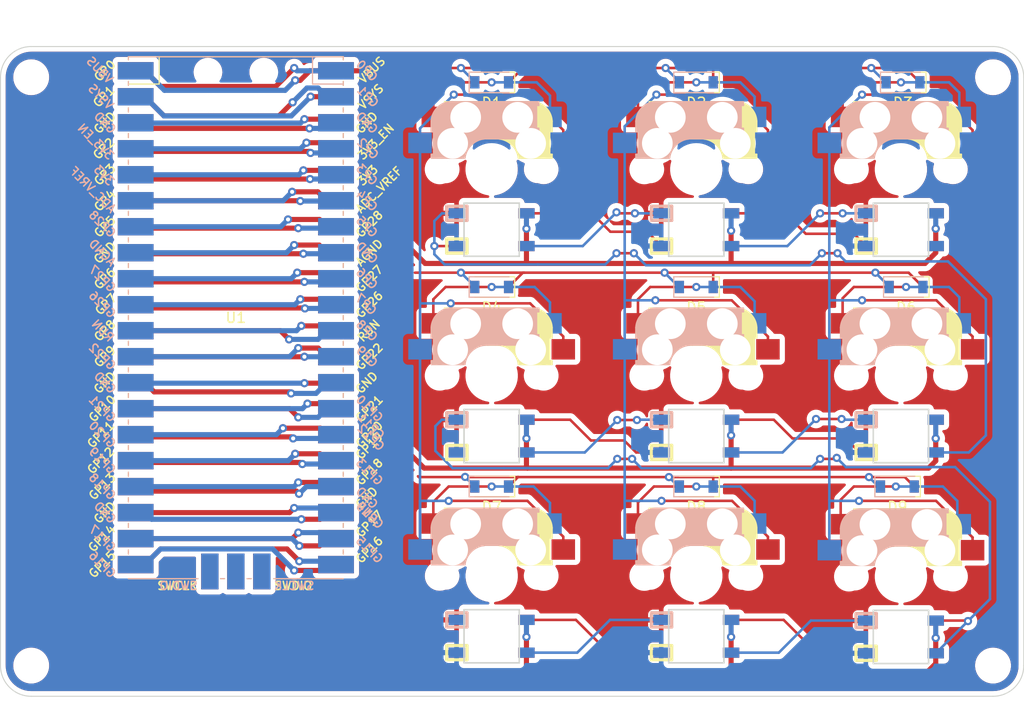
<source format=kicad_pcb>
(kicad_pcb (version 20211014) (generator pcbnew)
  (layers (0 "F.Cu" signal) (31 "B.Cu" signal) (34 "B.Paste" user) (35 "F.Paste" user) (36 "B.SilkS" user "B.Silkscreen") (37 "F.SilkS" user "F.Silkscreen") (38 "B.Mask" user) (39 "F.Mask" user) (44 "Edge.Cuts" user))
  (net 0 "")
  (net 1 "/ROW0")
  (net 2 "Net-(D1-Pad2)")
  (net 3 "Net-(D2-Pad2)")
  (net 4 "Net-(D3-Pad2)")
  (net 5 "/ROW1")
  (net 6 "Net-(D4-Pad2)")
  (net 7 "Net-(D5-Pad2)")
  (net 8 "Net-(D6-Pad2)")
  (net 9 "/ROW2")
  (net 10 "Net-(D7-Pad2)")
  (net 11 "Net-(D8-Pad2)")
  (net 12 "Net-(D9-Pad2)")
  (net 13 "GND")
  (net 14 "VBUS")
  (net 15 "/COL0")
  (net 16 "Net-(SW2-Pad1)")
  (net 17 "/COL1")
  (net 18 "/DOUT_R1")
  (net 19 "/COL2")
  (net 20 "/DOUT_R2")
  (net 21 "/DOUT_R3")
  (net 22 "unconnected-(U1-Pad1)")
  (net 23 "unconnected-(U1-Pad2)")
  (net 24 "unconnected-(U1-Pad3)")
  (net 25 "unconnected-(U1-Pad4)")
  (net 26 "unconnected-(U1-Pad5)")
  (net 27 "unconnected-(U1-Pad6)")
  (net 28 "unconnected-(U1-Pad7)")
  (net 29 "unconnected-(U1-Pad8)")
  (net 30 "unconnected-(U1-Pad9)")
  (net 31 "unconnected-(U1-Pad10)")
  (net 32 "unconnected-(U1-Pad11)")
  (net 33 "unconnected-(U1-Pad12)")
  (net 34 "unconnected-(U1-Pad13)")
  (net 35 "unconnected-(U1-Pad14)")
  (net 36 "unconnected-(U1-Pad15)")
  (net 37 "unconnected-(U1-Pad16)")
  (net 38 "unconnected-(U1-Pad17)")
  (net 39 "unconnected-(U1-Pad18)")
  (net 40 "unconnected-(U1-Pad19)")
  (net 41 "unconnected-(U1-Pad20)")
  (net 42 "unconnected-(U1-Pad21)")
  (net 43 "unconnected-(U1-Pad22)")
  (net 44 "unconnected-(U1-Pad23)")
  (net 45 "unconnected-(U1-Pad24)")
  (net 46 "unconnected-(U1-Pad25)")
  (net 47 "unconnected-(U1-Pad26)")
  (net 48 "unconnected-(U1-Pad27)")
  (net 49 "unconnected-(U1-Pad28)")
  (net 50 "unconnected-(U1-Pad29)")
  (net 51 "unconnected-(U1-Pad30)")
  (net 52 "unconnected-(U1-Pad31)")
  (net 53 "unconnected-(U1-Pad32)")
  (net 54 "unconnected-(U1-Pad33)")
  (net 55 "unconnected-(U1-Pad34)")
  (net 56 "unconnected-(U1-Pad35)")
  (net 57 "unconnected-(U1-Pad36)")
  (net 58 "unconnected-(U1-Pad37)")
  (net 59 "unconnected-(U1-Pad38)")
  (net 60 "unconnected-(U1-Pad39)")
  (net 64 "Net-(SW5-Pad1)")
  (net 65 "Net-(SW8-Pad3)")
  (net 66 "Net-(SW8-Pad1)")
  (net 67 "Net-(SW2-Pad3)")
  (net 69 "Net-(SW5-Pad3)")
  (footprint "SofleTestboard:5050_and_cherry" (layer "F.Cu") (at 129 78.169999)
    (fp_text reference "SW4" hide)
    (fp_text value "SW_PUSH-MX_W_LED" hide)
    (fp_line (start -2.7 3.3) (end -2.7 8.5) (layer "Edge.Cuts") (width 0.15))
    (fp_line (start 2.7 3.3) (end 2.7 8.5) (layer "Edge.Cuts") (width 0.15))
    (fp_line (start -2.7 3.3) (end 2.7 3.3) (layer "Edge.Cuts") (width 0.15))
    (fp_line (start 2.7 8.5) (end -2.7 8.5) (layer "Edge.Cuts") (width 0.15))
  )
  (footprint "SofleTestboard:D_SOD-123_Dual" (layer "F.Cu") (at 129 69.5 180)
    (fp_text reference "D4")
    (fp_text value "D")
  )
  (footprint "SofleTestboard:D_SOD-123_Dual" (layer "F.Cu") (at 129 89 180)
    (fp_text reference "D7")
    (fp_text value "D")
  )
  (footprint "MountingHole:MountingHole_2.5mm" (layer "F.Cu") (at 84 106.5)
    (fp_text reference "H4" hide)
    (fp_text value "MountingHole" hide)
  )
  (footprint "SofleTestboard:D_SOD-123_Dual" (layer "F.Cu") (at 129 49.5 180)
    (fp_text reference "D1")
    (fp_text value "D")
  )
  (footprint "SofleTestboard:RPi_Pico_SMD_SMD" (layer "F.Cu") (at 104 72.5)
    (fp_text reference "U1")
    (fp_text value "Pico")
  )
  (footprint "SofleTestboard:D_SOD-123_Dual" (layer "F.Cu") (at 149 69.5 180)
    (fp_text reference "D5")
    (fp_text value "D")
  )
  (footprint "SofleTestboard:D_SOD-123_Dual" (layer "F.Cu") (at 149 49.5 180)
    (fp_text reference "D2")
    (fp_text value "D")
  )
  (footprint "SofleTestboard:D_SOD-123_Dual" (layer "F.Cu") (at 168.65 89 180)
    (fp_text reference "D9")
    (fp_text value "D")
  )
  (footprint "SofleTestboard:5050_and_cherry" (layer "F.Cu") (at 149 78.169999)
    (fp_text reference "SW5" hide)
    (fp_text value "SW_PUSH-MX_W_LED" hide)
    (fp_line (start -2.7 3.3) (end 2.7 3.3) (layer "Edge.Cuts") (width 0.15))
    (fp_line (start 2.7 3.3) (end 2.7 8.5) (layer "Edge.Cuts") (width 0.15))
    (fp_line (start 2.7 8.5) (end -2.7 8.5) (layer "Edge.Cuts") (width 0.15))
    (fp_line (start -2.7 3.3) (end -2.7 8.5) (layer "Edge.Cuts") (width 0.15))
  )
  (footprint "MountingHole:MountingHole_2.5mm" (layer "F.Cu") (at 84 49)
    (fp_text reference "H1" hide)
    (fp_text value "MountingHole" hide)
  )
  (footprint "SofleTestboard:5050_and_cherry" (layer "F.Cu") (at 129 58)
    (fp_text reference "SW1" hide)
    (fp_text value "SW_PUSH-MX_W_LED" hide)
    (fp_line (start 2.7 8.5) (end -2.7 8.5) (layer "Edge.Cuts") (width 0.15))
    (fp_line (start 2.7 3.3) (end 2.7 8.5) (layer "Edge.Cuts") (width 0.15))
    (fp_line (start -2.7 3.3) (end 2.7 3.3) (layer "Edge.Cuts") (width 0.15))
    (fp_line (start -2.7 3.3) (end -2.7 8.5) (layer "Edge.Cuts") (width 0.15))
  )
  (footprint "SofleTestboard:5050_and_cherry" (layer "F.Cu") (at 169 97.8)
    (fp_text reference "SW9" hide)
    (fp_text value "SW_PUSH-MX_W_LED" hide)
    (fp_line (start 2.7 8.5) (end -2.7 8.5) (layer "Edge.Cuts") (width 0.15))
    (fp_line (start 2.7 3.3) (end 2.7 8.5) (layer "Edge.Cuts") (width 0.15))
    (fp_line (start -2.7 3.3) (end -2.7 8.5) (layer "Edge.Cuts") (width 0.15))
    (fp_line (start -2.7 3.3) (end 2.7 3.3) (layer "Edge.Cuts") (width 0.15))
  )
  (footprint "SofleTestboard:5050_and_cherry" (layer "F.Cu") (at 169 58)
    (fp_text reference "SW3" hide)
    (fp_text value "SW_PUSH-MX_W_LED" hide)
    (fp_line (start 2.7 3.3) (end 2.7 8.5) (layer "Edge.Cuts") (width 0.15))
    (fp_line (start -2.7 3.3) (end -2.7 8.5) (layer "Edge.Cuts") (width 0.15))
    (fp_line (start -2.7 3.3) (end 2.7 3.3) (layer "Edge.Cuts") (width 0.15))
    (fp_line (start 2.7 8.5) (end -2.7 8.5) (layer "Edge.Cuts") (width 0.15))
  )
  (footprint "SofleTestboard:D_SOD-123_Dual" (layer "F.Cu") (at 169.2 49.5 180)
    (fp_text reference "D3")
    (fp_text value "D")
  )
  (footprint "SofleTestboard:5050_and_cherry" (layer "F.Cu") (at 169 78.169999)
    (fp_text reference "SW6" hide)
    (fp_text value "SW_PUSH-MX_W_LED" hide)
    (fp_line (start -2.7 3.3) (end 2.7 3.3) (layer "Edge.Cuts") (width 0.15))
    (fp_line (start -2.7 3.3) (end -2.7 8.5) (layer "Edge.Cuts") (width 0.15))
    (fp_line (start 2.7 8.5) (end -2.7 8.5) (layer "Edge.Cuts") (width 0.15))
    (fp_line (start 2.7 3.3) (end 2.7 8.5) (layer "Edge.Cuts") (width 0.15))
  )
  (footprint "MountingHole:MountingHole_2.5mm" (layer "F.Cu") (at 178 106.5)
    (fp_text reference "H3" hide)
    (fp_text value "MountingHole" hide)
  )
  (footprint "SofleTestboard:5050_and_cherry" (layer "F.Cu") (at 129 97.734999)
    (fp_text reference "SW7" hide)
    (fp_text value "SW_PUSH-MX_W_LED" hide)
    (fp_line (start -2.7 3.3) (end -2.7 8.5) (layer "Edge.Cuts") (width 0.15))
    (fp_line (start -2.7 3.3) (end 2.7 3.3) (layer "Edge.Cuts") (width 0.15))
    (fp_line (start 2.7 3.3) (end 2.7 8.5) (layer "Edge.Cuts") (width 0.15))
    (fp_line (start 2.7 8.5) (end -2.7 8.5) (layer "Edge.Cuts") (width 0.15))
  )
  (footprint "SofleTestboard:5050_and_cherry" (layer "F.Cu") (at 149 58)
    (fp_text reference "SW2" hide)
    (fp_text value "SW_PUSH-MX_W_LED" hide)
    (fp_line (start -2.7 3.3) (end 2.7 3.3) (layer "Edge.Cuts") (width 0.15))
    (fp_line (start 2.7 8.5) (end -2.7 8.5) (layer "Edge.Cuts") (width 0.15))
    (fp_line (start -2.7 3.3) (end -2.7 8.5) (layer "Edge.Cuts") (width 0.15))
    (fp_line (start 2.7 3.3) (end 2.7 8.5) (layer "Edge.Cuts") (width 0.15))
  )
  (footprint "SofleTestboard:D_SOD-123_Dual" (layer "F.Cu") (at 169.5 69.5 180)
    (fp_text reference "D6")
    (fp_text value "D")
  )
  (footprint "MountingHole:MountingHole_2.5mm" (layer "F.Cu") (at 178 49)
    (fp_text reference "H2" hide)
    (fp_text value "MountingHole" hide)
  )
  (footprint "SofleTestboard:5050_and_cherry" (layer "F.Cu") (at 149 97.734999)
    (fp_text reference "SW8" hide)
    (fp_text value "SW_PUSH-MX_W_LED" hide)
    (fp_line (start -2.7 3.3) (end 2.7 3.3) (layer "Edge.Cuts") (width 0.15))
    (fp_line (start 2.7 3.3) (end 2.7 8.5) (layer "Edge.Cuts") (width 0.15))
    (fp_line (start -2.7 3.3) (end -2.7 8.5) (layer "Edge.Cuts") (width 0.15))
    (fp_line (start 2.7 8.5) (end -2.7 8.5) (layer "Edge.Cuts") (width 0.15))
  )
  (footprint "SofleTestboard:D_SOD-123_Dual" (layer "F.Cu") (at 149 89 180)
    (fp_text reference "D8")
    (fp_text value "D")
  )
  (gr_line (start 84 46) (end 178 46) (layer "Edge.Cuts") (width 0.1))
  (gr_line (start 81 106.5) (end 81 49) (layer "Edge.Cuts") (width 0.1))
  (gr_line (start 181 49) (end 181 106.5) (layer "Edge.Cuts") (width 0.1))
  (gr_arc (start 178 46) (mid 180.12132 46.87868) (end 181 49) (layer "Edge.Cuts") (width 0.1))
  (gr_arc (start 81 49) (mid 81.87868 46.87868) (end 84 46) (layer "Edge.Cuts") (width 0.1))
  (gr_arc (start 84 109.5) (mid 81.87868 108.62132) (end 81 106.5) (layer "Edge.Cuts") (width 0.1))
  (gr_arc (start 181 106.5) (mid 180.12132 108.62132) (end 178 109.5) (layer "Edge.Cuts") (width 0.1))
  (gr_line (start 84 109.5) (end 178 109.5) (layer "Edge.Cuts") (width 0.1))
  (segment (start 150.65 48.15) (end 150.7 48.1) (width 0.25) (layer "F.Cu") (net 1))
  (segment (start 169.45 48.1) (end 166.1 48.1) (width 0.25) (layer "F.Cu") (net 1))
  (segment (start 150.7 48.1) (end 146 48.1) (width 0.25) (layer "F.Cu") (net 1))
  (segment (start 132.05 48.1) (end 126 48.1) (width 0.25) (layer "F.Cu") (net 1))
  (segment (start 150.65 49.5) (end 150.65 48.15) (width 0.25) (layer "F.Cu") (net 1))
  (segment (start 166.1 48.1) (end 150.7 48.1) (width 0.25) (layer "F.Cu") (net 1))
  (segment (start 170.85 49.5) (end 169.45 48.1) (width 0.25) (layer "F.Cu") (net 1))
  (segment (start 132.05 48.1) (end 130.65 49.5) (width 0.25) (layer "F.Cu") (net 1))
  (segment (start 126 48.1) (end 120.6 48.1) (width 0.25) (layer "F.Cu") (net 1))
  (segment (start 146 48.1) (end 132.05 48.1) (width 0.25) (layer "F.Cu") (net 1))
  (via (at 166.1 48.1) (size 0.8) (drill 0.4) (layers "F.Cu" "B.Cu") (net 1))
  (via (at 146 48.1) (size 0.8) (drill 0.4) (layers "F.Cu" "B.Cu") (net 1))
  (via (at 126 48.1) (size 0.8) (drill 0.4) (layers "F.Cu" "B.Cu") (net 1))
  (segment (start 127.35 49.5) (end 127.35 49.45) (width 0.25) (layer "B.Cu") (net 1))
  (segment (start 147.35 49.45) (end 146 48.1) (width 0.25) (layer "B.Cu") (net 1))
  (segment (start 147.35 49.5) (end 147.35 49.45) (width 0.25) (layer "B.Cu") (net 1))
  (segment (start 167.5 49.5) (end 166.1 48.1) (width 0.25) (layer "B.Cu") (net 1))
  (segment (start 167.55 49.5) (end 167.5 49.5) (width 0.25) (layer "B.Cu") (net 1))
  (segment (start 127.35 49.45) (end 126 48.1) (width 0.25) (layer "B.Cu") (net 1))
  (segment (start 127.35 49.5) (end 129 49.5) (width 0.25) (layer "F.Cu") (net 2))
  (segment (start 123.3 51) (end 124.8 49.5) (width 0.25) (layer "F.Cu") (net 2))
  (segment (start 123.3 52.88) (end 123.3 51) (width 0.25) (layer "F.Cu") (net 2))
  (segment (start 124.8 49.5) (end 127.35 49.5) (width 0.25) (layer "F.Cu") (net 2))
  (via (at 129 49.5) (size 0.8) (drill 0.4) (layers "F.Cu" "B.Cu") (net 2))
  (segment (start 129 49.5) (end 130.65 49.5) (width 0.25) (layer "B.Cu") (net 2))
  (segment (start 133.4 49.5) (end 134.7 50.8) (width 0.25) (layer "B.Cu") (net 2))
  (segment (start 130.65 49.5) (end 133.4 49.5) (width 0.25) (layer "B.Cu") (net 2))
  (segment (start 134.7 50.8) (end 134.7 52.88) (width 0.25) (layer "B.Cu") (net 2))
  (segment (start 147.35 49.5) (end 149 49.5) (width 0.25) (layer "F.Cu") (net 3))
  (segment (start 143.3 52.88) (end 143.3 50.8) (width 0.25) (layer "F.Cu") (net 3))
  (segment (start 143.3 50.8) (end 144.6 49.5) (width 0.25) (layer "F.Cu") (net 3))
  (segment (start 144.6 49.5) (end 147.35 49.5) (width 0.25) (layer "F.Cu") (net 3))
  (via (at 149 49.5) (size 0.8) (drill 0.4) (layers "F.Cu" "B.Cu") (net 3))
  (segment (start 149 49.5) (end 150.65 49.5) (width 0.25) (layer "B.Cu") (net 3))
  (segment (start 153.3 49.5) (end 154.7 50.9) (width 0.25) (layer "B.Cu") (net 3))
  (segment (start 154.7 50.9) (end 154.7 52.88) (width 0.25) (layer "B.Cu") (net 3))
  (segment (start 150.65 49.5) (end 153.3 49.5) (width 0.25) (layer "B.Cu") (net 3))
  (segment (start 167.55 49.5) (end 169 49.5) (width 0.25) (layer "F.Cu") (net 4))
  (segment (start 163.3 52.88) (end 163.3 50.7) (width 0.25) (layer "F.Cu") (net 4))
  (segment (start 163.3 50.7) (end 164.5 49.5) (width 0.25) (layer "F.Cu") (net 4))
  (segment (start 164.5 49.5) (end 167.55 49.5) (width 0.25) (layer "F.Cu") (net 4))
  (via (at 169 49.5) (size 0.8) (drill 0.4) (layers "F.Cu" "B.Cu") (net 4))
  (segment (start 174.7 50.5) (end 174.7 52.88) (width 0.25) (layer "B.Cu") (net 4))
  (segment (start 169 49.5) (end 170.85 49.5) (width 0.25) (layer "B.Cu") (net 4))
  (segment (start 170.85 49.5) (end 173.7 49.5) (width 0.25) (layer "B.Cu") (net 4))
  (segment (start 173.7 49.5) (end 174.7 50.5) (width 0.25) (layer "B.Cu") (net 4))
  (segment (start 166.5 68.1) (end 169.75 68.1) (width 0.25) (layer "F.Cu") (net 5))
  (segment (start 132.2 68.1) (end 145.9 68.1) (width 0.25) (layer "F.Cu") (net 5))
  (segment (start 150.65 69.5) (end 150.65 68.15) (width 0.25) (layer "F.Cu") (net 5))
  (segment (start 130.65 69.5) (end 132.05 68.1) (width 0.25) (layer "F.Cu") (net 5))
  (segment (start 145.9 68.1) (end 150.7 68.1) (width 0.25) (layer "F.Cu") (net 5))
  (segment (start 169.75 68.1) (end 171.15 69.5) (width 0.25) (layer "F.Cu") (net 5))
  (segment (start 132.2 68.1) (end 126 68.1) (width 0.25) (layer "F.Cu") (net 5))
  (segment (start 126 68.1) (end 121.5 68.1) (width 0.25) (layer "F.Cu") (net 5))
  (segment (start 150.65 68.15) (end 150.7 68.1) (width 0.25) (layer "F.Cu") (net 5))
  (segment (start 150.7 68.1) (end 166.5 68.1) (width 0.25) (layer "F.Cu") (net 5))
  (segment (start 132.05 68.1) (end 132.2 68.1) (width 0.25) (layer "F.Cu") (net 5))
  (via (at 145.9 68.1) (size 0.8) (drill 0.4) (layers "F.Cu" "B.Cu") (net 5))
  (via (at 166.5 68.1) (size 0.8) (drill 0.4) (layers "F.Cu" "B.Cu") (net 5))
  (via (at 126 68.1) (size 0.8) (drill 0.4) (layers "F.Cu" "B.Cu") (net 5))
  (segment (start 127.35 69.5) (end 127.35 69.45) (width 0.25) (layer "B.Cu") (net 5))
  (segment (start 127.35 69.45) (end 126 68.1) (width 0.25) (layer "B.Cu") (net 5))
  (segment (start 147.35 69.5) (end 147.3 69.5) (width 0.25) (layer "B.Cu") (net 5))
  (segment (start 167.85 69.5) (end 167.85 69.45) (width 0.25) (layer "B.Cu") (net 5))
  (segment (start 167.85 69.45) (end 166.5 68.1) (width 0.25) (layer "B.Cu") (net 5))
  (segment (start 147.3 69.5) (end 145.9 68.1) (width 0.25) (layer "B.Cu") (net 5))
  (segment (start 127.35 69.5) (end 129 69.5) (width 0.25) (layer "F.Cu") (net 6))
  (segment (start 123.3 70.7) (end 124.5 69.5) (width 0.25) (layer "F.Cu") (net 6))
  (segment (start 124.5 69.5) (end 127.35 69.5) (width 0.25) (layer "F.Cu") (net 6))
  (segment (start 123.3 73.049999) (end 123.3 70.7) (width 0.25) (layer "F.Cu") (net 6))
  (via (at 129 69.5) (size 0.8) (drill 0.4) (layers "F.Cu" "B.Cu") (net 6))
  (segment (start 134.7 71) (end 134.7 73.049999) (width 0.25) (layer "B.Cu") (net 6))
  (segment (start 129 69.5) (end 130.65 69.5) (width 0.25) (layer "B.Cu") (net 6))
  (segment (start 130.65 69.5) (end 133.2 69.5) (width 0.25) (layer "B.Cu") (net 6))
  (segment (start 133.2 69.5) (end 134.7 71) (width 0.25) (layer "B.Cu") (net 6))
  (segment (start 147.35 69.5) (end 149 69.5) (width 0.25) (layer "F.Cu") (net 7))
  (segment (start 143.3 70.7) (end 144.5 69.5) (width 0.25) (layer "F.Cu") (net 7))
  (segment (start 143.3 73.049999) (end 143.3 70.7) (width 0.25) (layer "F.Cu") (net 7))
  (segment (start 144.5 69.5) (end 147.35 69.5) (width 0.25) (layer "F.Cu") (net 7))
  (via (at 149 69.5) (size 0.8) (drill 0.4) (layers "F.Cu" "B.Cu") (net 7))
  (segment (start 154.7 70.9) (end 154.7 73.049999) (width 0.25) (layer "B.Cu") (net 7))
  (segment (start 149 69.5) (end 150.65 69.5) (width 0.25) (layer "B.Cu") (net 7))
  (segment (start 153.3 69.5) (end 154.7 70.9) (width 0.25) (layer "B.Cu") (net 7))
  (segment (start 150.65 69.5) (end 153.3 69.5) (width 0.25) (layer "B.Cu") (net 7))
  (segment (start 163.3 70.6) (end 164.4 69.5) (width 0.25) (layer "F.Cu") (net 8))
  (segment (start 163.3 73.049999) (end 163.3 70.6) (width 0.25) (layer "F.Cu") (net 8))
  (segment (start 167.85 69.5) (end 169.5 69.5) (width 0.25) (layer "F.Cu") (net 8))
  (segment (start 164.4 69.5) (end 167.85 69.5) (width 0.25) (layer "F.Cu") (net 8))
  (via (at 169.5 69.5) (size 0.8) (drill 0.4) (layers "F.Cu" "B.Cu") (net 8))
  (segment (start 174.7 70.5) (end 174.7 73.049999) (width 0.25) (layer "B.Cu") (net 8))
  (segment (start 173.7 69.5) (end 174.7 70.5) (width 0.25) (layer "B.Cu") (net 8))
  (segment (start 171.15 69.5) (end 173.7 69.5) (width 0.25) (layer "B.Cu") (net 8))
  (segment (start 169.5 69.5) (end 171.15 69.5) (width 0.25) (layer "B.Cu") (net 8))
  (segment (start 150.65 88.15) (end 150.724511 88.075489) (width 0.25) (layer "F.Cu") (net 9))
  (segment (start 131.574511 88.075489) (end 146.324511 88.075489) (width 0.25) (layer "F.Cu") (net 9))
  (segment (start 169.375489 88.075489) (end 170.3 89) (width 0.25) (layer "F.Cu") (net 9))
  (segment (start 150.724511 88.075489) (end 165.875489 88.075489) (width 0.25) (layer "F.Cu") (net 9))
  (segment (start 130.65 89) (end 131.574511 88.075489) (width 0.25) (layer "F.Cu") (net 9))
  (segment (start 121.875489 88.075489) (end 121.8 88) (width 0.25) (layer "F.Cu") (net 9))
  (segment (start 150.65 89) (end 150.65 88.15) (width 0.25) (layer "F.Cu") (net 9))
  (segment (start 146.324511 88.075489) (end 150.724511 88.075489) (width 0.25) (layer "F.Cu") (net 9))
  (segment (start 165.875489 88.075489) (end 169.375489 88.075489) (width 0.25) (layer "F.Cu") (net 9))
  (segment (start 131.574511 88.075489) (end 121.875489 88.075489) (width 0.25) (layer "F.Cu") (net 9))
  (via (at 165.875489 88.075489) (size 0.8) (drill 0.4) (layers "F.Cu" "B.Cu") (net 9))
  (via (at 146.324511 88.075489) (size 0.8) (drill 0.4) (layers "F.Cu" "B.Cu") (net 9))
  (via (at 126.404828 88.062056) (size 0.8) (drill 0.4) (layers "F.Cu" "B.Cu") (net 9))
  (segment (start 166.8 89) (end 165.875489 88.075489) (width 0.25) (layer "B.Cu") (net 9))
  (segment (start 127.35 89) (end 127.342772 89) (width 0.25) (layer "B.Cu") (net 9))
  (segment (start 167 89) (end 166.8 89) (width 0.25) (layer "B.Cu") (net 9))
  (segment (start 147.249022 89) (end 146.324511 88.075489) (width 0.25) (layer "B.Cu") (net 9))
  (segment (start 127.342772 89) (end 126.404828 88.062056) (width 0.25) (layer "B.Cu") (net 9))
  (segment (start 147.35 89) (end 147.249022 89) (width 0.25) (layer "B.Cu") (net 9))
  (segment (start 127.35 89) (end 129 89) (width 0.25) (layer "F.Cu") (net 10))
  (segment (start 123.3 90.5) (end 124.8 89) (width 0.25) (layer "F.Cu") (net 10))
  (segment (start 123.3 92.614999) (end 123.3 90.5) (width 0.25) (layer "F.Cu") (net 10))
  (segment (start 124.8 89) (end 127.35 89) (width 0.25) (layer "F.Cu") (net 10))
  (via (at 129 89) (size 0.8) (drill 0.4) (layers "F.Cu" "B.Cu") (net 10))
  (segment (start 133.1 89) (end 134.7 90.6) (width 0.25) (layer "B.Cu") (net 10))
  (segment (start 130.65 89) (end 133.1 89) (width 0.25) (layer "B.Cu") (net 10))
  (segment (start 134.7 90.6) (end 134.7 92.614999) (width 0.25) (layer "B.Cu") (net 10))
  (segment (start 129 89) (end 130.65 89) (width 0.25) (layer "B.Cu") (net 10))
  (segment (start 144.857499 89) (end 147.35 89) (width 0.25) (layer "F.Cu") (net 11))
  (segment (start 143.3 90.557499) (end 144.857499 89) (width 0.25) (layer "F.Cu") (net 11))
  (segment (start 143.3 92.614999) (end 143.3 90.557499) (width 0.25) (layer "F.Cu") (net 11))
  (segment (start 147.35 89) (end 149 89) (width 0.25) (layer "F.Cu") (net 11))
  (via (at 149 89) (size 0.8) (drill 0.4) (layers "F.Cu" "B.Cu") (net 11))
  (segment (start 153.3 89) (end 154.7 90.4) (width 0.25) (layer "B.Cu") (net 11))
  (segment (start 149 89) (end 150.65 89) (width 0.25) (layer "B.Cu") (net 11))
  (segment (start 150.65 89) (end 153.3 89) (width 0.25) (layer "B.Cu") (net 11))
  (segment (start 154.7 90.4) (end 154.7 92.614999) (width 0.25) (layer "B.Cu") (net 11))
  (segment (start 163.11 92.614999) (end 163.11 90.29) (width 0.25) (layer "F.Cu") (net 12))
  (segment (start 167 89) (end 168.5 89) (width 0.25) (layer "F.Cu") (net 12))
  (segment (start 164.4 89) (end 167 89) (width 0.25) (layer "F.Cu") (net 12))
  (segment (start 163.11 90.29) (end 164.4 89) (width 0.25) (layer "F.Cu") (net 12))
  (via (at 168.5 89) (size 0.8) (drill 0.4) (layers "F.Cu" "B.Cu") (net 12))
  (segment (start 173.1 89) (end 174.51 90.41) (width 0.25) (layer "B.Cu") (net 12))
  (segment (start 170.3 89) (end 173.1 89) (width 0.25) (layer "B.Cu") (net 12))
  (segment (start 174.51 90.41) (end 174.51 92.614999) (width 0.25) (layer "B.Cu") (net 12))
  (segment (start 168.5 89) (end 170.3 89) (width 0.25) (layer "B.Cu") (net 12))
  (segment (start 152.4 85.669999) (end 152.4 87.2) (width 0.5) (layer "F.Cu") (net 14))
  (segment (start 172.4 86.5) (end 172.4 85.669999) (width 0.5) (layer "F.Cu") (net 14))
  (segment (start 109.8 49.3) (end 110.3 49.3) (width 0.5) (layer "F.Cu") (net 14))
  (segment (start 132.4 103.7) (end 132.4 105.234999) (width 0.5) (layer "F.Cu") (net 14))
  (segment (start 152.4 87.2) (end 171.7 87.2) (width 0.5) (layer "F.Cu") (net 14))
  (segment (start 119.55 84.35) (end 119.55 103.35) (width 0.5) (layer "F.Cu") (net 14))
  (segment (start 171.6 107.1) (end 172.4 106.3) (width 0.5) (layer "F.Cu") (net 14))
  (segment (start 122.4 87.2) (end 132.5 87.2) (width 0.5) (layer "F.Cu") (net 14))
  (segment (start 152.4 107.1) (end 171.6 107.1) (width 0.5) (layer "F.Cu") (net 14))
  (segment (start 119.4 62) (end 119.55 62.15) (width 0.5) (layer "F.Cu") (net 14))
  (segment (start 119.55 62.15) (end 119.55 84.35) (width 0.5) (layer "F.Cu") (net 14))
  (segment (start 171.7 87.2) (end 172.4 86.5) (width 0.5) (layer "F.Cu") (net 14))
  (segment (start 132.4 65.5) (end 132.4 67.1) (width 0.5) (layer "F.Cu") (net 14))
  (segment (start 152.4 67.1) (end 152.5 67.2) (width 0.5) (layer "F.Cu") (net 14))
  (segment (start 152.4 65.5) (end 152.4 67.1) (width 0.5) (layer "F.Cu") (net 14))
  (segment (start 132.5 67.2) (end 152.5 67.2) (width 0.5) (layer "F.Cu") (net 14))
  (segment (start 110.3 49.3) (end 111.23 48.37) (width 0.5) (layer "F.Cu") (net 14))
  (segment (start 152.4 65.5) (end 152.4 64) (width 0.5) (layer "F.Cu") (net 14))
  (segment (start 152.5 67.2) (end 171.353581 67.2) (width 0.5) (layer "F.Cu") (net 14))
  (segment (start 119.55 64.25) (end 122.5 67.2) (width 0.5) (layer "F.Cu") (net 14))
  (segment (start 132.4 85.669999) (end 132.4 84.3) (width 0.5) (layer "F.Cu") (net 14))
  (segment (start 132.5 87.2) (end 152.4 87.2) (width 0.5) (layer "F.Cu") (net 14))
  (segment (start 123.3 107.1) (end 132.2 107.1) (width 0.5) (layer "F.Cu") (net 14))
  (segment (start 132.4 105.234999) (end 132.4 106.9) (width 0.5) (layer "F.Cu") (net 14))
  (segment (start 171.353581 67.2) (end 172.4 66.153581) (width 0.5) (layer "F.Cu") (net 14))
  (segment (start 152.4 84) (end 152.4 85.669999) (width 0.5) (layer "F.Cu") (net 14))
  (segment (start 172.4 106.3) (end 172.4 105.3) (width 0.5) (layer "F.Cu") (net 14))
  (segment (start 132.4 63.8) (end 132.4 65.5) (width 0.5) (layer "F.Cu") (net 14))
  (segment (start 132.4 85.669999) (end 132.4 87.1) (width 0.5) (layer "F.Cu") (net 14))
  (segment (start 152.4 105.234999) (end 152.4 103.7) (width 0.5) (layer "F.Cu") (net 14))
  (segment (start 119.4 50.3) (end 119.4 62) (width 0.5) (layer "F.Cu") (net 14))
  (segment (start 172.4 66.153581) (end 172.4 65.5) (width 0.5) (layer "F.Cu") (net 14))
  (segment (start 152.4 105.234999) (end 152.4 107.1) (width 0.5) (layer "F.Cu") (net 14))
  (segment (start 122.5 67.2) (end 132.5 67.2) (width 0.5) (layer "F.Cu") (net 14))
  (segment (start 172.4 63.8) (end 172.4 65.5) (width 0.5) (layer "F.Cu") (net 14))
  (segment (start 119.55 103.35) (end 123.3 107.1) (width 0.5) (layer "F.Cu") (net 14))
  (segment (start 172.4 85.669999) (end 172.4 84.3) (width 0.5) (layer "F.Cu") (net 14))
  (segment (start 172.4 103.8) (end 172.4 105.3) (width 0.5) (layer "F.Cu") (net 14))
  (segment (start 112.89 48.37) (end 117.47 48.37) (width 0.5) (layer "F.Cu") (net 14))
  (segment (start 132.2 107.1) (end 152.4 107.1) (width 0.5) (layer "F.Cu") (net 14))
  (segment (start 132.4 106.9) (end 132.2 107.1) (width 0.5) (layer "F.Cu") (net 14))
  (segment (start 111.23 48.37) (end 112.89 48.37) (width 0.5) (layer "F.Cu") (net 14))
  (segment (start 119.55 62.15) (end 119.55 64.25) (width 0.5) (layer "F.Cu") (net 14))
  (segment (start 132.4 67.1) (end 132.5 67.2) (width 0.5) (layer "F.Cu") (net 14))
  (segment (start 117.47 48.37) (end 119.4 50.3) (width 0.5) (layer "F.Cu") (net 14))
  (segment (start 119.55 84.35) (end 122.4 87.2) (width 0.5) (layer "F.Cu") (net 14))
  (segment (start 132.4 87.1) (end 132.5 87.2) (width 0.5) (layer "F.Cu") (net 14))
  (via (at 172.4 103.8) (size 0.8) (drill 0.4) (layers "F.Cu" "B.Cu") (net 14))
  (via (at 132.4 63.8) (size 0.8) (drill 0.4) (layers "F.Cu" "B.Cu") (net 14))
  (via (at 132.4 103.7) (size 0.8) (drill 0.4) (layers "F.Cu" "B.Cu") (net 14))
  (via (at 152.4 103.7) (size 0.8) (drill 0.4) (layers "F.Cu" "B.Cu") (net 14))
  (via (at 172.4 84.3) (size 0.8) (drill 0.4) (layers "F.Cu" "B.Cu") (net 14))
  (via (at 109.8 49.3) (size 0.8) (drill 0.4) (layers "F.Cu" "B.Cu") (net 14))
  (via (at 172.4 63.8) (size 0.8) (drill 0.4) (layers "F.Cu" "B.Cu") (net 14))
  (via (at 152.4 64) (size 0.8) (drill 0.4) (layers "F.Cu" "B.Cu") (net 14))
  (via (at 152.4 84) (size 0.8) (drill 0.4) (layers "F.Cu" "B.Cu") (net 14))
  (via (at 132.4 84.3) (size 0.8) (drill 0.4) (layers "F.Cu" "B.Cu") (net 14))
  (segment (start 172.4 103.8) (end 172.4 102.1) (width 0.5) (layer "B.Cu") (net 14))
  (segment (start 109.8 49.3) (end 108.819521 50.280479) (width 0.5) (layer "B.Cu") (net 14))
  (segment (start 132.4 84.3) (end 132.4 82.469999) (width 0.5) (layer "B.Cu") (net 14))
  (segment (start 132.4 102.034999) (end 132.4 103.7) (width 0.5) (layer "B.Cu") (net 14))
  (segment (start 152.4 64) (end 152.4 62.3) (width 0.5) (layer "B.Cu") (net 14))
  (segment (start 108.819521 50.280479) (end 97.020479 50.280479) (width 0.5) (layer "B.Cu") (net 14))
  (segment (start 152.4 82.469999) (end 152.4 84) (width 0.5) (layer "B.Cu") (net 14))
  (segment (start 132.4 62.3) (end 132.4 63.8) (width 0.5) (layer "B.Cu") (net 14))
  (segment (start 152.4 103.7) (end 152.4 102.034999) (width 0.5) (layer "B.Cu") (net 14))
  (segment (start 172.4 62.3) (end 172.4 63.8) (width 0.5) (layer "B.Cu") (net 14))
  (segment (start 172.4 84.3) (end 172.4 82.469999) (width 0.5) (layer "B.Cu") (net 14))
  (segment (start 97.020479 50.280479) (end 95.11 48.37) (width 0.5) (layer "B.Cu") (net 14))
  (segment (start 132.53 50.7) (end 125.3 50.7) (width 0.25) (layer "F.Cu") (net 15))
  (segment (start 132.760001 71.1) (end 125 71.1) (width 0.25) (layer "F.Cu") (net 15))
  (segment (start 132.495001 90.4) (end 124.8 90.4) (width 0.25) (layer "F.Cu") (net 15))
  (segment (start 136 74.339999) (end 132.760001 71.1) (width 0.25) (layer "F.Cu") (net 15))
  (segment (start 136 75.589999) (end 136 74.339999) (width 0.25) (layer "F.Cu") (net 15))
  (segment (start 136 95.154999) (end 136 93.904999) (width 0.25) (layer "F.Cu") (net 15))
  (segment (start 136 55.42) (end 136 54.17) (width 0.25) (layer "F.Cu") (net 15))
  (segment (start 136 93.904999) (end 132.495001 90.4) (width 0.25) (layer "F.Cu") (net 15))
  (segment (start 136 54.17) (end 132.53 50.7) (width 0.25) (layer "F.Cu") (net 15))
  (via (at 124.8 90.4) (size 0.8) (drill 0.4) (layers "F.Cu" "B.Cu") (net 15))
  (via (at 125.3 50.7) (size 0.8) (drill 0.4) (layers "F.Cu" "B.Cu") (net 15))
  (via (at 125 71.1) (size 0.8) (drill 0.4) (layers "F.Cu" "B.Cu") (net 15))
  (segment (start 122 54) (end 122 55.42) (width 0.25) (layer "B.Cu") (net 15))
  (segment (start 124.8 90.4) (end 122 90.4) (width 0.25) (layer "B.Cu") (net 15))
  (segment (start 122 55.42) (end 122 95.154999) (width 0.25) (layer "B.Cu") (net 15))
  (segment (start 122 90.4) (end 122 95.154999) (width 0.25) (layer "B.Cu") (net 15))
  (segment (start 125 71.1) (end 122 71.1) (width 0.25) (layer "B.Cu") (net 15))
  (segment (start 125.3 50.7) (end 122 54) (width 0.25) (layer "B.Cu") (net 15))
  (segment (start 145.6 65.5) (end 144.2 64.1) (width 0.25) (layer "F.Cu") (net 16))
  (segment (start 144.2 64.1) (end 140.6 64.1) (width 0.25) (layer "F.Cu") (net 16))
  (segment (start 138.8 62.3) (end 132.4 62.3) (width 0.25) (layer "F.Cu") (net 16))
  (segment (start 141.3 62.3) (end 141.2 62.2) (width 0.25) (layer "F.Cu") (net 16))
  (segment (start 143 62.3) (end 141.3 62.3) (width 0.25) (layer "F.Cu") (net 16))
  (segment (start 140.6 64.1) (end 138.8 62.3) (width 0.25) (layer "F.Cu") (net 16))
  (via (at 141.2 62.2) (size 0.8) (drill 0.4) (layers "F.Cu" "B.Cu") (net 16))
  (via (at 143 62.3) (size 0.8) (drill 0.4) (layers "F.Cu" "B.Cu") (net 16))
  (segment (start 141.2 62.2) (end 137.9 65.5) (width 0.25) (layer "B.Cu") (net 16))
  (segment (start 137.9 65.5) (end 132.4 65.5) (width 0.25) (layer "B.Cu") (net 16))
  (segment (start 145.6 62.3) (end 143 62.3) (width 0.25) (layer "B.Cu") (net 16))
  (segment (start 156 75.589999) (end 156 74.339999) (width 0.25) (layer "F.Cu") (net 17))
  (segment (start 152.53 50.7) (end 145.1 50.7) (width 0.25) (layer "F.Cu") (net 17))
  (segment (start 156 54.17) (end 152.53 50.7) (width 0.25) (layer "F.Cu") (net 17))
  (segment (start 152.460001 70.8) (end 145 70.8) (width 0.25) (layer "F.Cu") (net 17))
  (segment (start 156 93.904999) (end 152.495001 90.4) (width 0.25) (layer "F.Cu") (net 17))
  (segment (start 156 95.154999) (end 156 93.904999) (width 0.25) (layer "F.Cu") (net 17))
  (segment (start 152.495001 90.4) (end 145.6 90.4) (width 0.25) (layer "F.Cu") (net 17))
  (segment (start 156 55.42) (end 156 54.17) (width 0.25) (layer "F.Cu") (net 17))
  (segment (start 156 74.339999) (end 152.460001 70.8) (width 0.25) (layer "F.Cu") (net 17))
  (via (at 145.6 90.4) (size 0.8) (drill 0.4) (layers "F.Cu" "B.Cu") (net 17))
  (via (at 145 70.8) (size 0.8) (drill 0.4) (layers "F.Cu" "B.Cu") (net 17))
  (via (at 145.1 50.7) (size 0.8) (drill 0.4) (layers "F.Cu" "B.Cu") (net 17))
  (segment (start 145.6 90.4) (end 142 90.4) (width 0.25) (layer "B.Cu") (net 17))
  (segment (start 145 70.8) (end 142 70.8) (width 0.25) (layer "B.Cu") (net 17))
  (segment (start 142 53.8) (end 142 55.42) (width 0.25) (layer "B.Cu") (net 17))
  (segment (start 142 75.589999) (end 142 70.8) (width 0.25) (layer "B.Cu") (net 17))
  (segment (start 145.1 50.7) (end 142 53.8) (width 0.25) (layer "B.Cu") (net 17))
  (segment (start 142 70.8) (end 142 55.42) (width 0.25) (layer "B.Cu") (net 17))
  (segment (start 142 95.154999) (end 142 90.4) (width 0.25) (layer "B.Cu") (net 17))
  (segment (start 142 90.4) (end 142 75.589999) (width 0.25) (layer "B.Cu") (net 17))
  (segment (start 161.2755 66.2) (end 162.8 66.2) (width 0.25) (layer "F.Cu") (net 18))
  (segment (start 125.6 65.5) (end 123.4 65.5) (width 0.25) (layer "F.Cu") (net 18))
  (segment (start 141.2 66.2) (end 142.9 66.2) (width 0.25) (layer "F.Cu") (net 18))
  (via (at 141.2 66.2) (size 0.8) (drill 0.4) (layers "F.Cu" "B.Cu") (net 18))
  (via (at 142.9 66.2) (size 0.8) (drill 0.4) (layers "F.Cu" "B.Cu") (net 18))
  (via (at 161.2755 66.2) (size 0.8) (drill 0.4) (layers "F.Cu" "B.Cu") (net 18))
  (via (at 123.4 65.5) (size 0.8) (drill 0.4) (layers "F.Cu" "B.Cu") (net 18))
  (via (at 162.8 66.2) (size 0.8) (drill 0.4) (layers "F.Cu" "B.Cu") (net 18))
  (segment (start 177.3 84) (end 175.630001 85.669999) (width 0.25) (layer "B.Cu") (net 18))
  (segment (start 162.8 66.2) (end 163.6 67) (width 0.25) (layer "B.Cu") (net 18))
  (segment (start 124.14952 62.3) (end 123.4 63.04952) (width 0.25) (layer "B.Cu") (net 18))
  (segment (start 142.9 66.2) (end 144.075489 67.375489) (width 0.25) (layer "B.Cu") (net 18))
  (segment (start 125.6 62.3) (end 124.14952 62.3) (width 0.25) (layer "B.Cu") (net 18))
  (segment (start 173.6 67) (end 177.3 70.7) (width 0.25) (layer "B.Cu") (net 18))
  (segment (start 163.6 67) (end 173.6 67) (width 0.25) (layer "B.Cu") (net 18))
  (segment (start 140.1 67.3) (end 141.2 66.2) (width 0.25) (layer "B.Cu") (net 18))
  (segment (start 124.4 67.3) (end 133.5 67.3) (width 0.25) (layer "B.Cu") (net 18))
  (segment (start 144.075489 67.375489) (end 160.100011 67.375489) (width 0.25) (layer "B.Cu") (net 18))
  (segment (start 133.5 67.3) (end 140.1 67.3) (width 0.25) (layer "B.Cu") (net 18))
  (segment (start 160.100011 67.375489) (end 161.2755 66.2) (width 0.25) (layer "B.Cu") (net 18))
  (segment (start 177.3 70.7) (end 177.3 84) (width 0.25) (layer "B.Cu") (net 18))
  (segment (start 123.4 66.3) (end 124.4 67.3) (width 0.25) (layer "B.Cu") (net 18))
  (segment (start 175.630001 85.669999) (end 172.4 85.669999) (width 0.25) (layer "B.Cu") (net 18))
  (segment (start 123.4 63.04952) (end 123.4 66.3) (width 0.25) (layer "B.Cu") (net 18))
  (segment (start 176 93.97) (end 172.43 90.4) (width 0.25) (layer "F.Cu") (net 19))
  (segment (start 176 55.42) (end 176 54.17) (width 0.25) (layer "F.Cu") (net 19))
  (segment (start 176 74.339999) (end 172.460001 70.8) (width 0.25) (layer "F.Cu") (net 19))
  (segment (start 176 54.17) (end 172.53 50.7) (width 0.25) (layer "F.Cu") (net 19))
  (segment (start 172.43 90.4) (end 164.9 90.4) (width 0.25) (layer "F.Cu") (net 19))
  (segment (start 176 75.589999) (end 176 74.339999) (width 0.25) (layer "F.Cu") (net 19))
  (segment (start 176 95.22) (end 176 93.97) (width 0.25) (layer "F.Cu") (net 19))
  (segment (start 172.53 50.7) (end 165.2 50.7) (width 0.25) (layer "F.Cu") (net 19))
  (segment (start 172.460001 70.8) (end 165.2 70.8) (width 0.25) (layer "F.Cu") (net 19))
  (via (at 165.2 70.8) (size 0.8) (drill 0.4) (layers "F.Cu" "B.Cu") (net 19))
  (via (at 165.2 50.7) (size 0.8) (drill 0.4) (layers "F.Cu" "B.Cu") (net 19))
  (via (at 164.9 90.4) (size 0.8) (drill 0.4) (layers "F.Cu" "B.Cu") (net 19))
  (segment (start 162 90.3) (end 162 75.589999) (width 0.25) (layer "B.Cu") (net 19))
  (segment (start 162 53.9) (end 162 55.42) (width 0.25) (layer "B.Cu") (net 19))
  (segment (start 164.9 90.4) (end 162.1 90.4) (width 0.25) (layer "B.Cu") (net 19))
  (segment (start 162 55.42) (end 162 70.8) (width 0.25) (layer "B.Cu") (net 19))
  (segment (start 162 95.22) (end 162 90.3) (width 0.25) (layer "B.Cu") (net 19))
  (segment (start 165.2 50.7) (end 162 53.9) (width 0.25) (layer "B.Cu") (net 19))
  (segment (start 165.2 70.8) (end 162 70.8) (width 0.25) (layer "B.Cu") (net 19))
  (segment (start 162 70.8) (end 162 75.589999) (width 0.25) (layer "B.Cu") (net 19))
  (segment (start 162.1 90.4) (end 162 90.3) (width 0.25) (layer "B.Cu") (net 19))
  (segment (start 141.2755 86.3) (end 142.7245 86.3) (width 0.25) (layer "F.Cu") (net 20))
  (segment (start 172.4 102.1) (end 175.5 102.1) (width 0.25) (layer "F.Cu") (net 20))
  (segment (start 162.6245 86.3) (end 162.7245 86.2) (width 0.25) (layer "F.Cu") (net 20))
  (segment (start 161.1 86.3) (end 162.6245 86.3) (width 0.25) (layer "F.Cu") (net 20))
  (segment (start 175.5 102.1) (end 175.55 102.15) (width 0.25) (layer "F.Cu") (net 20))
  (via (at 161.1 86.3) (size 0.8) (drill 0.4) (layers "F.Cu" "B.Cu") (net 20))
  (via (at 175.55 102.15) (size 0.8) (drill 0.4) (layers "F.Cu" "B.Cu") (net 20))
  (via (at 142.7245 86.3) (size 0.8) (drill 0.4) (layers "F.Cu" "B.Cu") (net 20))
  (via (at 141.2755 86.3) (size 0.8) (drill 0.4) (layers "F.Cu" "B.Cu") (net 20))
  (via (at 162.7245 86.2) (size 0.8) (drill 0.4) (layers "F.Cu" "B.Cu") (net 20))
  (segment (start 160.2 87.2) (end 161.1 86.3) (width 0.25) (layer "B.Cu") (net 20))
  (segment (start 123.5 85.519021) (end 125.180979 87.2) (width 0.25) (layer "B.Cu") (net 20))
  (segment (start 125.180979 87.2) (end 130.2 87.2) (width 0.25) (layer "B.Cu") (net 20))
  (segment (start 125.6 82.469999) (end 124.130001 82.469999) (width 0.25) (layer "B.Cu") (net 20))
  (segment (start 124.130001 82.469999) (end 123.5 83.1) (width 0.25) (layer "B.Cu") (net 20))
  (segment (start 163.6245 87.1) (end 174.3 87.1) (width 0.25) (layer "B.Cu") (net 20))
  (segment (start 162.7245 86.2) (end 163.6245 87.1) (width 0.25) (layer "B.Cu") (net 20))
  (segment (start 143.6245 87.2) (end 144.6 87.2) (width 0.25) (layer "B.Cu") (net 20))
  (segment (start 123.5 83.1) (end 123.5 85.519021) (width 0.25) (layer "B.Cu") (net 20))
  (segment (start 175.55 102.15) (end 172.4 105.3) (width 0.25) (layer "B.Cu") (net 20))
  (segment (start 177.7 90.5) (end 177.7 100) (width 0.25) (layer "B.Cu") (net 20))
  (segment (start 140.3755 87.2) (end 141.2755 86.3) (width 0.25) (layer "B.Cu") (net 20))
  (segment (start 177.7 100) (end 175.55 102.15) (width 0.25) (layer "B.Cu") (net 20))
  (segment (start 130.2 87.2) (end 140.3755 87.2) (width 0.25) (layer "B.Cu") (net 20))
  (segment (start 144.6 87.2) (end 160.2 87.2) (width 0.25) (layer "B.Cu") (net 20))
  (segment (start 142.7245 86.3) (end 143.6245 87.2) (width 0.25) (layer "B.Cu") (net 20))
  (segment (start 174.3 87.1) (end 177.7 90.5) (width 0.25) (layer "B.Cu") (net 20))
  (segment (start 96.639521 49.899521) (end 95.11 48.37) (width 0.5) (layer "F.Cu") (net 22))
  (segment (start 109.7 48.1) (end 107.900479 49.899521) (width 0.5) (layer "F.Cu") (net 22))
  (segment (start 107.900479 49.899521) (end 96.639521 49.899521) (width 0.5) (layer "F.Cu") (net 22))
  (via (at 109.7 48.1) (size 0.8) (drill 0.4) (layers "F.Cu" "B.Cu") (net 22))
  (segment (start 109.97 48.37) (end 109.7 48.1) (width 0.5) (layer "B.Cu") (net 22))
  (segment (start 112.89 48.37) (end 109.97 48.37) (width 0.5) (layer "B.Cu") (net 22))
  (segment (start 96.979521 52.779521) (end 108.219103 52.779521) (width 0.5) (layer "F.Cu") (net 23))
  (segment (start 95.11 50.91) (end 96.979521 52.779521) (width 0.5) (layer "F.Cu") (net 23))
  (segment (start 108.219103 52.779521) (end 109.549312 51.449312) (width 0.5) (layer "F.Cu") (net 23))
  (via (at 109.549312 51.449312) (size 0.8) (drill 0.4) (layers "F.Cu" "B.Cu") (net 23))
  (segment (start 109.549312 51.449312) (end 109.549312 51.449297) (width 0.5) (layer "B.Cu") (net 23))
  (segment (start 110.94812 50.050489) (end 112.030489 50.050489) (width 0.5) (layer "B.Cu") (net 23))
  (segment (start 109.549312 51.449297) (end 110.94812 50.050489) (width 0.5) (layer "B.Cu") (net 23))
  (segment (start 112.030489 50.050489) (end 112.89 50.91) (width 0.5) (layer "B.Cu") (net 23))
  (segment (start 95.11 53.45) (end 95.66 54) (width 0.5) (layer "F.Cu") (net 24))
  (segment (start 95.66 54) (end 111.2 54) (width 0.5) (layer "F.Cu") (net 24))
  (via (at 111.2 54) (size 0.8) (drill 0.4) (layers "F.Cu" "B.Cu") (net 24))
  (segment (start 112.34 54) (end 112.89 53.45) (width 0.5) (layer "B.Cu") (net 24))
  (segment (start 111.2 54) (end 112.34 54) (width 0.5) (layer "B.Cu") (net 24))
  (segment (start 95.11 55.99) (end 95.369511 56.249511) (width 0.5) (layer "F.Cu") (net 25))
  (segment (start 95.369511 56.249511) (end 111.149511 56.249511) (width 0.5) (layer "F.Cu") (net 25))
  (segment (start 111.149511 56.249511) (end 111.3 56.4) (width 0.5) (layer "F.Cu") (net 25))
  (via (at 111.3 56.4) (size 0.8) (drill 0.4) (layers "F.Cu" "B.Cu") (net 25))
  (segment (start 112.48 56.4) (end 112.89 55.99) (width 0.5) (layer "B.Cu") (net 25))
  (segment (start 111.3 56.4) (end 112.48 56.4) (width 0.5) (layer "B.Cu") (net 25))
  (segment (start 111.250457 58.949511) (end 111.250468 58.9495) (width 0.5) (layer "F.Cu") (net 26))
  (segment (start 95.11 58.53) (end 95.529511 58.949511) (width 0.5) (layer "F.Cu") (net 26))
  (segment (start 95.529511 58.949511) (end 111.250457 58.949511) (width 0.5) (layer "F.Cu") (net 26))
  (via (at 111.250468 58.9495) (size 0.8) (drill 0.4) (layers "F.Cu" "B.Cu") (net 26))
  (segment (start 111.250468 58.9495) (end 112.4705 58.9495) (width 0.5) (layer "B.Cu") (net 26))
  (segment (start 112.4705 58.9495) (end 112.89 58.53) (width 0.5) (layer "B.Cu") (net 26))
  (segment (start 95.11 61.07) (end 110.27 61.07) (width 0.5) (layer "F.Cu") (net 27))
  (segment (start 110.27 61.07) (end 110.3 61.1) (width 0.5) (layer "F.Cu") (net 27))
  (via (at 110.3 61.1) (size 0.8) (drill 0.4) (layers "F.Cu" "B.Cu") (net 27))
  (segment (start 110.3 61.1) (end 112.86 61.1) (width 0.5) (layer "B.Cu") (net 27))
  (segment (start 112.86 61.1) (end 112.89 61.07) (width 0.5) (layer "B.Cu") (net 27))
  (segment (start 110.099989 63.749511) (end 110.1 63.7495) (width 0.5) (layer "F.Cu") (net 28))
  (segment (start 95.11 63.61) (end 95.249511 63.749511) (width 0.5) (layer "F.Cu") (net 28))
  (segment (start 95.249511 63.749511) (end 110.099989 63.749511) (width 0.5) (layer "F.Cu") (net 28))
  (via (at 110.1 63.7495) (size 0.8) (drill 0.4) (layers "F.Cu" "B.Cu") (net 28))
  (segment (start 110.1 63.7495) (end 112.7505 63.7495) (width 0.5) (layer "B.Cu") (net 28))
  (segment (start 112.7505 63.7495) (end 112.89 63.61) (width 0.5) (layer "B.Cu") (net 28))
  (segment (start 110.599989 66.249511) (end 110.6 66.2495) (width 0.5) (layer "F.Cu") (net 29))
  (segment (start 95.209511 66.249511) (end 110.599989 66.249511) (width 0.5) (layer "F.Cu") (net 29))
  (segment (start 95.11 66.15) (end 95.209511 66.249511) (width 0.5) (layer "F.Cu") (net 29))
  (via (at 110.6 66.2495) (size 0.8) (drill 0.4) (layers "F.Cu" "B.Cu") (net 29))
  (segment (start 110.6 66.2495) (end 112.7905 66.2495) (width 0.5) (layer "B.Cu") (net 29))
  (segment (start 112.7905 66.2495) (end 112.89 66.15) (width 0.5) (layer "B.Cu") (net 29))
  (segment (start 95.42 69) (end 110.7 69) (width 0.5) (layer "F.Cu") (net 30))
  (segment (start 95.11 68.69) (end 95.42 69) (width 0.5) (layer "F.Cu") (net 30))
  (via (at 110.7 69) (size 0.8) (drill 0.4) (layers "F.Cu" "B.Cu") (net 30))
  (segment (start 110.7 69) (end 112.58 69) (width 0.5) (layer "B.Cu") (net 30))
  (segment (start 112.58 69) (end 112.89 68.69) (width 0.5) (layer "B.Cu") (net 30))
  (segment (start 110.702987 71.549511) (end 110.747302 71.593826) (width 0.5) (layer "F.Cu") (net 31))
  (segment (start 95.11 71.23) (end 95.429511 71.549511) (width 0.5) (layer "F.Cu") (net 31))
  (segment (start 95.429511 71.549511) (end 110.702987 71.549511) (width 0.5) (layer "F.Cu") (net 31))
  (via (at 110.747302 71.593826) (size 0.8) (drill 0.4) (layers "F.Cu" "B.Cu") (net 31))
  (segment (start 112.526174 71.593826) (end 112.89 71.23) (width 0.5) (layer "B.Cu") (net 31))
  (segment (start 110.747302 71.593826) (end 112.526174 71.593826) (width 0.5) (layer "B.Cu") (net 31))
  (segment (start 108.351981 73.77) (end 109.201481 74.6195) (width 0.5) (layer "F.Cu") (net 32))
  (segment (start 95.11 73.77) (end 108.351981 73.77) (width 0.5) (layer "F.Cu") (net 32))
  (via (at 109.201481 74.6195) (size 0.8) (drill 0.4) (layers "F.Cu" "B.Cu") (net 32))
  (segment (start 109.201481 74.6195) (end 112.0405 74.6195) (width 0.5) (layer "B.Cu") (net 32))
  (segment (start 112.0405 74.6195) (end 112.89 73.77) (width 0.5) (layer "B.Cu") (net 32))
  (segment (start 95.1185 76.3185) (end 110.7 76.3185) (width 0.5) (layer "F.Cu") (net 33))
  (segment (start 95.11 76.31) (end 95.1185 76.3185) (width 0.5) (layer "F.Cu") (net 33))
  (via (at 110.7 76.3185) (size 0.8) (drill 0.4) (layers "F.Cu" "B.Cu") (net 33))
  (segment (start 110.7 76.3185) (end 112.8815 76.3185) (width 0.5) (layer "B.Cu") (net 33))
  (segment (start 112.8815 76.3185) (end 112.89 76.31) (width 0.5) (layer "B.Cu") (net 33))
  (segment (start 95.11 78.85) (end 96.009511 79.749511) (width 0.5) (layer "F.Cu") (net 34))
  (segment (start 109.249511 79.749511) (end 109.4 79.9) (width 0.5) (layer "F.Cu") (net 34))
  (segment (start 96.009511 79.749511) (end 109.249511 79.749511) (width 0.5) (layer "F.Cu") (net 34))
  (via (at 109.4 79.9) (size 0.8) (drill 0.4) (layers "F.Cu" "B.Cu") (net 34))
  (segment (start 109.4 79.9) (end 111.84 79.9) (width 0.5) (layer "B.Cu") (net 34))
  (segment (start 111.84 79.9) (end 112.89 78.85) (width 0.5) (layer "B.Cu") (net 34))
  (segment (start 109.2505 81.39) (end 110.1 82.2395) (width 0.5) (layer "F.Cu") (net 35))
  (segment (start 95.11 81.39) (end 109.2505 81.39) (width 0.5) (layer "F.Cu") (net 35))
  (via (at 110.1 82.2395) (size 0.8) (drill 0.4) (layers "F.Cu" "B.Cu") (net 35))
  (segment (start 110.1 82.2395) (end 112.0405 82.2395) (width 0.5) (layer "B.Cu") (net 35))
  (segment (start 112.0405 82.2395) (end 112.89 81.39) (width 0.5) (layer "B.Cu") (net 35))
  (segment (start 109.449511 84.149511) (end 109.6 84.3) (width 0.5) (layer "F.Cu") (net 36))
  (segment (start 95.11 83.93) (end 95.329511 84.149511) (width 0.5) (layer "F.Cu") (net 36))
  (segment (start 95.329511 84.149511) (end 109.449511 84.149511) (width 0.5) (layer "F.Cu") (net 36))
  (via (at 109.6 84.3) (size 0.8) (drill 0.4) (layers "F.Cu" "B.Cu") (net 36))
  (segment (start 112.52 84.3) (end 112.89 83.93) (width 0.5) (layer "B.Cu") (net 36))
  (segment (start 109.6 84.3) (end 112.52 84.3) (width 0.5) (layer "B.Cu") (net 36))
  (segment (start 95.11 86.47) (end 95.289511 86.649511) (width 0.5) (layer "F.Cu") (net 37))
  (segment (start 95.289511 86.649511) (end 110.349511 86.649511) (width 0.5) (layer "F.Cu") (net 37))
  (segment (start 110.349511 86.649511) (end 110.5 86.8) (width 0.5) (layer "F.Cu") (net 37))
  (via (at 110.5 86.8) (size 0.8) (drill 0.4) (layers "F.Cu" "B.Cu") (net 37))
  (segment (start 112.56 86.8) (end 112.89 86.47) (width 0.5) (layer "B.Cu") (net 37))
  (segment (start 110.5 86.8) (end 112.56 86.8) (width 0.5) (layer "B.Cu") (net 37))
  (segment (start 95.549511 89.449511) (end 109.916684 89.449511) (width 0.5) (layer "F.Cu") (net 38))
  (segment (start 109.916684 89.449511) (end 110.174773 89.7076) (width 0.5) (layer "F.Cu") (net 38))
  (segment (start 95.11 89.01) (end 95.549511 89.449511) (width 0.5) (layer "F.Cu") (net 38))
  (via (at 110.174773 89.7076) (size 0.8) (drill 0.4) (layers "F.Cu" "B.Cu") (net 38))
  (segment (start 110.193791 89.7076) (end 110.891391 89.01) (width 0.5) (layer "B.Cu") (net 38))
  (segment (start 110.891391 89.01) (end 112.89 89.01) (width 0.5) (layer "B.Cu") (net 38))
  (segment (start 95.11 91.55) (end 109.25 91.55) (width 0.5) (layer "F.Cu") (net 39))
  (segment (start 109.25 91.55) (end 109.7 91.1) (width 0.5) (layer "F.Cu") (net 39))
  (via (at 109.7 91.1) (size 0.8) (drill 0.4) (layers "F.Cu" "B.Cu") (net 39))
  (segment (start 109.7 91.1) (end 112.44 91.1) (width 0.5) (layer "B.Cu") (net 39))
  (segment (start 112.44 91.1) (end 112.89 91.55) (width 0.5) (layer "B.Cu") (net 39))
  (segment (start 95.11 94.09) (end 109.519326 94.09) (width 0.5) (layer "F.Cu") (net 40))
  (segment (start 109.519326 94.09) (end 110.105351 93.503975) (width 0.5) (layer "F.Cu") (net 40))
  (via (at 110.105351 93.503975) (size 0.8) (drill 0.4) (layers "F.Cu" "B.Cu") (net 40))
  (segment (start 112.303975 93.503975) (end 112.89 94.09) (width 0.5) (layer "B.Cu") (net 40))
  (segment (start 110.105351 93.503975) (end 112.303975 93.503975) (width 0.5) (layer "B.Cu") (net 40))
  (segment (start 96.639511 95.100489) (end 109.000489 95.100489) (width 0.5) (layer "F.Cu") (net 41))
  (segment (start 109.000489 95.100489) (end 110.2 96.3) (width 0.5) (layer "F.Cu") (net 41))
  (segment (start 95.11 96.63) (end 96.639511 95.100489) (width 0.5) (layer "F.Cu") (net 41))
  (via (at 110.2 96.3) (size 0.8) (drill 0.4) (layers "F.Cu" "B.Cu") (net 41))
  (segment (start 112.56 96.3) (end 112.89 96.63) (width 0.5) (layer "B.Cu") (net 41))
  (segment (start 110.2 96.3) (end 112.56 96.3) (width 0.5) (layer "B.Cu") (net 41))
  (segment (start 112.32 97.2) (end 112.89 96.63) (width 0.5) (layer "F.Cu") (net 42))
  (segment (start 109.7 97.2) (end 112.32 97.2) (width 0.5) (layer "F.Cu") (net 42))
  (via (at 109.7 97.2) (size 0.8) (drill 0.4) (layers "F.Cu" "B.Cu") (net 42))
  (segment (start 95.11 96.63) (end 96.639511 95.100489) (width 0.5) (layer "B.Cu") (net 42))
  (segment (start 107.600489 95.100489) (end 109.7 97.2) (width 0.5) (layer "B.Cu") (net 42))
  (segment (start 96.639511 95.100489) (end 107.600489 95.100489) (width 0.5) (layer "B.Cu") (net 42))
  (segment (start 112.18 94.8) (end 112.89 94.09) (width 0.5) (layer "F.Cu") (net 43))
  (segment (start 110.2 94.8) (end 112.18 94.8) (width 0.5) (layer "F.Cu") (net 43))
  (via (at 110.2 94.8) (size 0.8) (drill 0.4) (layers "F.Cu" "B.Cu") (net 43))
  (segment (start 109.49 94.09) (end 110.2 94.8) (width 0.5) (layer "B.Cu") (net 43))
  (segment (start 95.11 94.09) (end 109.49 94.09) (width 0.5) (layer "B.Cu") (net 43))
  (segment (start 112.24 92.2) (end 112.89 91.55) (width 0.5) (layer "F.Cu") (net 44))
  (segment (start 110.4 92.2) (end 112.24 92.2) (width 0.5) (layer "F.Cu") (net 44))
  (via (at 110.4 92.2) (size 0.8) (drill 0.4) (layers "F.Cu" "B.Cu") (net 44))
  (segment (start 95.76 92.2) (end 110.4 92.2) (width 0.5) (layer "B.Cu") (net 44))
  (segment (start 95.11 91.55) (end 95.76 92.2) (width 0.5) (layer "B.Cu") (net 44))
  (segment (start 110.1 88.6) (end 112.48 88.6) (width 0.5) (layer "F.Cu") (net 45))
  (segment (start 112.48 88.6) (end 112.89 89.01) (width 0.5) (layer "F.Cu") (net 45))
  (via (at 110.1 88.6) (size 0.8) (drill 0.4) (layers "F.Cu" "B.Cu") (net 45))
  (segment (start 109.69 89.01) (end 110.1 88.6) (width 0.5) (layer "B.Cu") (net 45))
  (segment (start 95.11 89.01) (end 109.69 89.01) (width 0.5) (layer "B.Cu") (net 45))
  (segment (start 112.22 85.8) (end 112.89 86.47) (width 0.5) (layer "F.Cu") (net 46))
  (segment (start 109.8 85.8) (end 112.22 85.8) (width 0.5) (layer "F.Cu") (net 46))
  (via (at 109.8 85.8) (size 0.8) (drill 0.4) (layers "F.Cu" "B.Cu") (net 46))
  (segment (start 109.13 86.47) (end 109.8 85.8) (width 0.5) (layer "B.Cu") (net 46))
  (segment (start 95.11 86.47) (end 109.13 86.47) (width 0.5) (layer "B.Cu") (net 46))
  (segment (start 108.6 83.3) (end 112.26 83.3) (width 0.5) (layer "F.Cu") (net 47))
  (segment (start 112.26 83.3) (end 112.89 83.93) (width 0.5) (layer "F.Cu") (net 47))
  (via (at 108.6 83.3) (size 0.8) (drill 0.4) (layers "F.Cu" "B.Cu") (net 47))
  (segment (start 107.97 83.93) (end 108.6 83.3) (width 0.5) (layer "B.Cu") (net 47))
  (segment (start 95.11 83.93) (end 107.97 83.93) (width 0.5) (layer "B.Cu") (net 47))
  (segment (start 112.4 80.9) (end 112.89 81.39) (width 0.5) (layer "F.Cu") (net 48))
  (segment (start 111 80.9) (end 112.4 80.9) (width 0.5) (layer "F.Cu") (net 48))
  (via (at 111 80.9) (size 0.8) (drill 0.4) (layers "F.Cu" "B.Cu") (net 48))
  (segment (start 95.11 81.39) (end 110.51 81.39) (width 0.5) (layer "B.Cu") (net 48))
  (segment (start 110.51 81.39) (end 111 80.9) (width 0.5) (layer "B.Cu") (net 48))
  (segment (start 112.84 78.9) (end 112.89 78.85) (width 0.5) (layer "F.Cu") (net 49))
  (segment (start 110.7 78.9) (end 112.84 78.9) (width 0.5) (layer "F.Cu") (net 49))
  (via (at 110.7 78.9) (size 0.8) (drill 0.4) (layers "F.Cu" "B.Cu") (net 49))
  (segment (start 95.16 78.9) (end 110.7 78.9) (width 0.5) (layer "B.Cu") (net 49))
  (segment (start 95.11 78.85) (end 95.16 78.9) (width 0.5) (layer "B.Cu") (net 49))
  (segment (start 112.049 75.469) (end 112.89 76.31) (width 0.5) (layer "F.Cu") (net 50))
  (segment (start 110.1 75.469) (end 112.049 75.469) (width 0.5) (layer "F.Cu") (net 50))
  (via (at 110.1 75.469) (size 0.8) (drill 0.4) (layers "F.Cu" "B.Cu") (net 50))
  (segment (start 109.259 76.31) (end 110.1 75.469) (width 0.5) (layer "B.Cu") (net 50))
  (segment (start 95.11 76.31) (end 109.259 76.31) (width 0.5) (layer "B.Cu") (net 50))
  (segment (start 112.42 73.3) (end 112.89 73.77) (width 0.5) (layer "F.Cu") (net 51))
  (segment (start 110.4 73.3) (end 112.42 73.3) (width 0.5) (layer "F.Cu") (net 51))
  (via (at 110.4 73.3) (size 0.8) (drill 0.4) (layers "F.Cu" "B.Cu") (net 51))
  (segment (start 109.93 73.77) (end 110.4 73.3) (width 0.5) (layer "B.Cu") (net 51))
  (segment (start 95.11 73.77) (end 109.93 73.77) (width 0.5) (layer "B.Cu") (net 51))
  (segment (start 110.3 70.7) (end 112.36 70.7) (width 0.5) (layer "F.Cu") (net 52))
  (segment (start 112.36 70.7) (end 112.89 71.23) (width 0.5) (layer "F.Cu") (net 52))
  (via (at 110.3 70.7) (size 0.8) (drill 0.4) (layers "F.Cu" "B.Cu") (net 52))
  (segment (start 109.77 71.23) (end 110.3 70.7) (width 0.5) (layer "B.Cu") (net 52))
  (segment (start 95.11 71.23) (end 109.77 71.23) (width 0.5) (layer "B.Cu") (net 52))
  (segment (start 112.3 68.1) (end 112.89 68.69) (width 0.5) (layer "F.Cu") (net 53))
  (segment (start 110 68.1) (end 112.3 68.1) (width 0.5) (layer "F.Cu") (net 53))
  (via (at 110 68.1) (size 0.8) (drill 0.4) (layers "F.Cu" "B.Cu") (net 53))
  (segment (start 109.41 68.69) (end 110 68.1) (width 0.5) (layer "B.Cu") (net 53))
  (segment (start 95.11 68.69) (end 109.41 68.69) (width 0.5) (layer "B.Cu") (net 53))
  (segment (start 109.7 65.4) (end 112.14 65.4) (width 0.5) (layer "F.Cu") (net 54))
  (segment (start 112.14 65.4) (end 112.89 66.15) (width 0.5) (layer "F.Cu") (net 54))
  (via (at 109.7 65.4) (size 0.8) (drill 0.4) (layers "F.Cu" "B.Cu") (net 54))
  (segment (start 95.11 66.15) (end 108.95 66.15) (width 0.5) (layer "B.Cu") (net 54))
  (segment (start 108.95 66.15) (end 109.7 65.4) (width 0.5) (layer "B.Cu") (net 54))
  (segment (start 109.1 62.9) (end 112.18 62.9) (width 0.5) (layer "F.Cu") (net 55))
  (segment (start 112.18 62.9) (end 112.89 63.61) (width 0.5) (layer "F.Cu") (net 55))
  (via (at 109.1 62.9) (size 0.8) (drill 0.4) (layers "F.Cu" "B.Cu") (net 55))
  (segment (start 95.11 63.61) (end 108.39 63.61) (width 0.5) (layer "B.Cu") (net 55))
  (segment (start 108.39 63.61) (end 109.1 62.9) (width 0.5) (layer "B.Cu") (net 55))
  (segment (start 109.5 60.2) (end 112.02 60.2) (width 0.5) (layer "F.Cu") (net 56))
  (segment (start 112.02 60.2) (end 112.89 61.07) (width 0.5) (layer "F.Cu") (net 56))
  (via (at 109.5 60.2) (size 0.8) (drill 0.4) (layers "F.Cu" "B.Cu") (net 56))
  (segment (start 95.11 61.07) (end 108.63 61.07) (width 0.5) (layer "B.Cu") (net 56))
  (segment (start 108.63 61.07) (end 109.5 60.2) (width 0.5) (layer "B.Cu") (net 56))
  (segment (start 112.46 58.1) (end 112.89 58.53) (width 0.5) (layer "F.Cu") (net 57))
  (segment (start 110.6 58.1) (end 112.46 58.1) (width 0.5) (layer "F.Cu") (net 57))
  (via (at 110.6 58.1) (size 0.8) (drill 0.4) (layers "F.Cu" "B.Cu") (net 57))
  (segment (start 95.11 58.53) (end 110.17 58.53) (width 0.5) (layer "B.Cu") (net 57))
  (segment (start 110.17 58.53) (end 110.6 58.1) (width 0.5) (layer "B.Cu") (net 57))
  (segment (start 112.3 55.4) (end 112.89 55.99) (width 0.5) (layer "F.Cu") (net 58))
  (segment (start 110.9 55.4) (end 112.3 55.4) (width 0.5) (layer "F.Cu") (net 58))
  (via (at 110.9 55.4) (size 0.8) (drill 0.4) (layers "F.Cu" "B.Cu") (net 58))
  (segment (start 110.31 55.99) (end 110.9 55.4) (width 0.5) (layer "B.Cu") (net 58))
  (segment (start 95.11 55.99) (end 110.31 55.99) (width 0.5) (layer "B.Cu") (net 58))
  (segment (start 110.7 53.1) (end 112.54 53.1) (width 0.5) (layer "F.Cu") (net 59))
  (segment (start 112.54 53.1) (end 112.89 53.45) (width 0.5) (layer "F.Cu") (net 59))
  (via (at 110.7 53.1) (size 0.8) (drill 0.4) (layers "F.Cu" "B.Cu") (net 59))
  (segment (start 110.320959 53.479041) (end 110.7 53.1) (width 0.5) (layer "B.Cu") (net 59))
  (segment (start 95.11 53.45) (end 95.139041 53.479041) (width 0.5) (layer "B.Cu") (net 59))
  (segment (start 95.139041 53.479041) (end 110.320959 53.479041) (width 0.5) (layer "B.Cu") (net 59))
  (segment (start 112.88 50.9) (end 112.89 50.91) (width 0.5) (layer "F.Cu") (net 60))
  (segment (start 111.3 50.9) (end 112.88 50.9) (width 0.5) (layer "F.Cu") (net 60))
  (via (at 111.3 50.9) (size 0.8) (drill 0.4) (layers "F.Cu" "B.Cu") (net 60))
  (segment (start 96.979521 52.779521) (end 95.11 50.91) (width 0.5) (layer "B.Cu") (net 60))
  (segment (start 111.3 50.9) (end 109.420479 52.779521) (width 0.5) (layer "B.Cu") (net 60))
  (segment (start 109.420479 52.779521) (end 96.979521 52.779521) (width 0.5) (layer "B.Cu") (net 60))
  (segment (start 141.949114 84.5) (end 138.7 84.5) (width 0.25) (layer "F.Cu") (net 64))
  (segment (start 143.119113 85.669999) (end 141.949114 84.5) (width 0.25) (layer "F.Cu") (net 64))
  (segment (start 143.2 82.5) (end 141.2755 82.5) (width 0.25) (layer "F.Cu") (net 64))
  (segment (start 145.6 85.669999) (end 143.119113 85.669999) (width 0.25) (layer "F.Cu") (net 64))
  (segment (start 138.7 84.5) (end 136.669999 82.469999) (width 0.25) (layer "F.Cu") (net 64))
  (segment (start 136.669999 82.469999) (end 132.4 82.469999) (width 0.25) (layer "F.Cu") (net 64))
  (via (at 141.2755 82.5) (size 0.8) (drill 0.4) (layers "F.Cu" "B.Cu") (net 64))
  (via (at 143.2 82.5) (size 0.8) (drill 0.4) (layers "F.Cu" "B.Cu") (net 64))
  (segment (start 141.2755 82.5) (end 138.105501 85.669999) (width 0.25) (layer "B.Cu") (net 64))
  (segment (start 138.105501 85.669999) (end 132.4 85.669999) (width 0.25) (layer "B.Cu") (net 64))
  (segment (start 143.230001 82.469999) (end 143.2 82.5) (width 0.25) (layer "B.Cu") (net 64))
  (segment (start 145.6 82.469999) (end 143.230001 82.469999) (width 0.25) (layer "B.Cu") (net 64))
  (segment (start 157.534999 102.034999) (end 160.8 105.3) (width 0.25) (layer "F.Cu") (net 65))
  (segment (start 152.4 102.034999) (end 157.534999 102.034999) (width 0.25) (layer "F.Cu") (net 65))
  (segment (start 160.8 105.3) (end 165.6 105.3) (width 0.25) (layer "F.Cu") (net 65))
  (segment (start 157.065001 105.234999) (end 152.4 105.234999) (width 0.25) (layer "B.Cu") (net 65))
  (segment (start 165.6 102.1) (end 160.2 102.1) (width 0.25) (layer "B.Cu") (net 65))
  (segment (start 160.2 102.1) (end 157.065001 105.234999) (width 0.25) (layer "B.Cu") (net 65))
  (segment (start 137.234999 102.034999) (end 132.4 102.034999) (width 0.25) (layer "F.Cu") (net 66))
  (segment (start 145.6 105.234999) (end 140.434999 105.234999) (width 0.25) (layer "F.Cu") (net 66))
  (segment (start 140.434999 105.234999) (end 137.234999 102.034999) (width 0.25) (layer "F.Cu") (net 66))
  (segment (start 140.565001 102.034999) (end 137.365001 105.234999) (width 0.25) (layer "B.Cu") (net 66))
  (segment (start 137.365001 105.234999) (end 132.4 105.234999) (width 0.25) (layer "B.Cu") (net 66))
  (segment (start 145.6 102.034999) (end 140.565001 102.034999) (width 0.25) (layer "B.Cu") (net 66))
  (segment (start 157.7 62.3) (end 152.4 62.3) (width 0.25) (layer "F.Cu") (net 67))
  (segment (start 165.6 65.5) (end 164.4 64.3) (width 0.25) (layer "F.Cu") (net 67))
  (segment (start 159.7 64.3) (end 157.7 62.3) (width 0.25) (layer "F.Cu") (net 67))
  (segment (start 161.4 62.3) (end 161.1 62.3) (width 0.25) (layer "F.Cu") (net 67))
  (segment (start 163.3 62.3) (end 161.4 62.3) (width 0.25) (layer "F.Cu") (net 67))
  (segment (start 164.4 64.3) (end 159.7 64.3) (width 0.25) (layer "F.Cu") (net 67))
  (via (at 163.3 62.3) (size 0.8) (drill 0.4) (layers "F.Cu" "B.Cu") (net 67))
  (via (at 161.1 62.3) (size 0.8) (drill 0.4) (layers "F.Cu" "B.Cu") (net 67))
  (segment (start 161.1 62.3) (end 157.9 65.5) (width 0.25) (layer "B.Cu") (net 67))
  (segment (start 165.6 62.3) (end 163.3 62.3) (width 0.25) (layer "B.Cu") (net 67))
  (segment (start 157.9 65.5) (end 152.4 65.5) (width 0.25) (layer "B.Cu") (net 67))
  (segment (start 165.6 85.669999) (end 164.969999 85.669999) (width 0.25) (layer "F.Cu") (net 69))
  (segment (start 156.569999 82.469999) (end 152.4 82.469999) (width 0.25) (layer "F.Cu") (net 69))
  (segment (start 163.2 82.4) (end 160.7 82.4) (width 0.25) (layer "F.Cu") (net 69))
  (segment (start 163.6 84.3) (end 158.4 84.3) (width 0.25) (layer "F.Cu") (net 69))
  (segment (start 158.4 84.3) (end 156.569999 82.469999) (width 0.25) (layer "F.Cu") (net 69))
  (segment (start 164.969999 85.669999) (end 163.6 84.3) (width 0.25) (layer "F.Cu") (net 69))
  (via (at 163.2 82.4) (size 0.8) (drill 0.4) (layers "F.Cu" "B.Cu") (net 69))
  (via (at 160.7 82.4) (size 0.8) (drill 0.4) (layers "F.Cu" "B.Cu") (net 69))
  (segment (start 165.6 82.469999) (end 163.269999 82.469999) (width 0.25) (layer "B.Cu") (net 69))
  (segment (start 157.430001 85.669999) (end 152.4 85.669999) (width 0.25) (layer "B.Cu") (net 69))
  (segment (start 160.7 82.4) (end 157.430001 85.669999) (width 0.25) (layer "B.Cu") (net 69))
  (segment (start 163.269999 82.469999) (end 163.2 82.4) (width 0.25) (layer "B.Cu") (net 69))
  (zone (net 13) (net_name "GND") (layers F&B.Cu) (connect_pads (clearance 0.508)) (min_thickness 0.254) (fill yes (thermal_gap 0.508) (thermal_bridge_width 0.508))
    (polygon (pts (xy 181 110) (xy 81 110) (xy 81 46) (xy 181 46)))
  )
)
</source>
